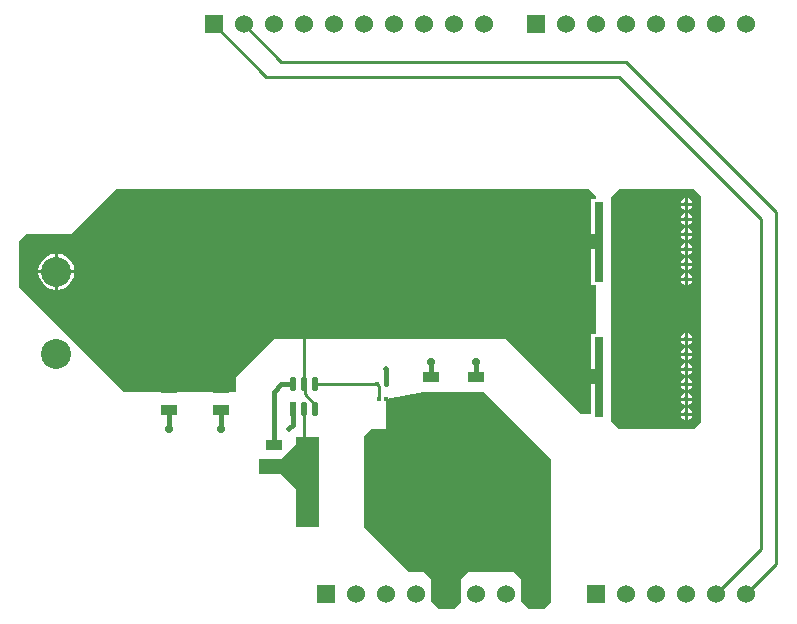
<source format=gtl>
G04*
G04 #@! TF.GenerationSoftware,Altium Limited,Altium Designer,23.0.1 (38)*
G04*
G04 Layer_Physical_Order=1*
G04 Layer_Color=255*
%FSLAX44Y44*%
%MOMM*%
G71*
G04*
G04 #@! TF.SameCoordinates,0F5A5953-1C99-4B13-B072-97D860EFC2FA*
G04*
G04*
G04 #@! TF.FilePolarity,Positive*
G04*
G01*
G75*
%ADD13C,0.2540*%
%ADD14R,0.4500X0.4500*%
%ADD15R,0.4500X0.3500*%
%ADD16R,1.8000X7.5000*%
G04:AMPARAMS|DCode=17|XSize=1.2544mm|YSize=0.5321mm|CornerRadius=0.2661mm|HoleSize=0mm|Usage=FLASHONLY|Rotation=90.000|XOffset=0mm|YOffset=0mm|HoleType=Round|Shape=RoundedRectangle|*
%AMROUNDEDRECTD17*
21,1,1.2544,0.0000,0,0,90.0*
21,1,0.7223,0.5321,0,0,90.0*
1,1,0.5321,0.0000,0.3611*
1,1,0.5321,0.0000,-0.3611*
1,1,0.5321,0.0000,-0.3611*
1,1,0.5321,0.0000,0.3611*
%
%ADD17ROUNDEDRECTD17*%
%ADD18R,0.5321X1.2544*%
%ADD19R,1.4000X0.9500*%
%ADD20R,3.9000X6.7600*%
%ADD21R,0.7000X6.7600*%
%ADD22R,1.5300X1.5300*%
%ADD23C,1.5300*%
%ADD24C,2.5400*%
%ADD25C,0.5080*%
%ADD26C,0.7112*%
%ADD27C,0.3810*%
G36*
X508000Y361950D02*
Y360190D01*
X503710D01*
Y330200D01*
X509750D01*
Y317500D01*
X503710D01*
Y287510D01*
X508000D01*
Y245890D01*
X503710D01*
Y215900D01*
X509750D01*
Y203200D01*
X503710D01*
Y177800D01*
X495300D01*
X431800Y241300D01*
X234950D01*
X203200Y209550D01*
Y196850D01*
X107950D01*
X19050Y285750D01*
Y323850D01*
X25400Y330200D01*
X63500D01*
X101600Y368300D01*
X501650D01*
X508000Y361950D01*
D02*
G37*
G36*
X596900D02*
Y171450D01*
X590550Y165100D01*
X527050D01*
X520700Y171450D01*
Y361950D01*
X527050Y368300D01*
X590550D01*
X596900Y361950D01*
D02*
G37*
G36*
X273050Y82550D02*
X254000D01*
Y114300D01*
X241300Y127000D01*
X222250D01*
Y139700D01*
X241300D01*
X254000Y152400D01*
Y158750D01*
X273050D01*
Y82550D01*
D02*
G37*
G36*
X469900Y139700D02*
Y19050D01*
X463550Y12700D01*
X450850D01*
X444500Y19050D01*
Y38100D01*
X438150Y44450D01*
X400050D01*
X393700Y38100D01*
Y19050D01*
X387350Y12700D01*
X374650D01*
X368300Y19050D01*
Y38100D01*
X361950Y44450D01*
X349250D01*
X311150Y82550D01*
Y158750D01*
X317500Y165100D01*
X330200D01*
Y190500D01*
X361950Y196850D01*
X412750D01*
X469900Y139700D01*
D02*
G37*
%LPC*%
G36*
X52301Y313690D02*
X52070D01*
Y299720D01*
X66040D01*
Y299951D01*
X65454Y302895D01*
X64306Y305669D01*
X62638Y308165D01*
X60515Y310288D01*
X58019Y311956D01*
X55245Y313104D01*
X52301Y313690D01*
D02*
G37*
G36*
X49530D02*
X49299D01*
X46355Y313104D01*
X43581Y311956D01*
X41085Y310288D01*
X38962Y308165D01*
X37294Y305669D01*
X36146Y302895D01*
X35560Y299951D01*
Y299720D01*
X49530D01*
Y313690D01*
D02*
G37*
G36*
X66040Y297180D02*
X52070D01*
Y283210D01*
X52301D01*
X55245Y283796D01*
X58019Y284944D01*
X60515Y286612D01*
X62638Y288735D01*
X64306Y291231D01*
X65454Y294005D01*
X66040Y296949D01*
Y297180D01*
D02*
G37*
G36*
X49530D02*
X35560D01*
Y296949D01*
X36146Y294005D01*
X37294Y291231D01*
X38962Y288735D01*
X41085Y286612D01*
X43581Y284944D01*
X46355Y283796D01*
X49299Y283210D01*
X49530D01*
Y297180D01*
D02*
G37*
G36*
X585470Y360573D02*
Y356870D01*
X589173D01*
X588507Y358478D01*
X587078Y359907D01*
X585470Y360573D01*
D02*
G37*
G36*
X582930D02*
X581322Y359907D01*
X579893Y358478D01*
X579227Y356870D01*
X582930D01*
Y360573D01*
D02*
G37*
G36*
X589173Y354330D02*
X585470D01*
Y350628D01*
X587078Y351293D01*
X588507Y352722D01*
X589173Y354330D01*
D02*
G37*
G36*
X582930D02*
X579227D01*
X579893Y352722D01*
X581322Y351293D01*
X582930Y350628D01*
Y354330D01*
D02*
G37*
G36*
X585470Y347873D02*
Y344170D01*
X589173D01*
X588507Y345778D01*
X587078Y347207D01*
X585470Y347873D01*
D02*
G37*
G36*
X582930D02*
X581322Y347207D01*
X579893Y345778D01*
X579227Y344170D01*
X582930D01*
Y347873D01*
D02*
G37*
G36*
X589173Y341630D02*
X585470D01*
Y337928D01*
X587078Y338593D01*
X588507Y340022D01*
X589173Y341630D01*
D02*
G37*
G36*
X582930D02*
X579227D01*
X579893Y340022D01*
X581322Y338593D01*
X582930Y337928D01*
Y341630D01*
D02*
G37*
G36*
X585470Y335173D02*
Y331470D01*
X589173D01*
X588507Y333078D01*
X587078Y334507D01*
X585470Y335173D01*
D02*
G37*
G36*
X582930D02*
X581322Y334507D01*
X579893Y333078D01*
X579227Y331470D01*
X582930D01*
Y335173D01*
D02*
G37*
G36*
X589173Y328930D02*
X585470D01*
Y325228D01*
X587078Y325893D01*
X588507Y327322D01*
X589173Y328930D01*
D02*
G37*
G36*
X582930D02*
X579227D01*
X579893Y327322D01*
X581322Y325893D01*
X582930Y325228D01*
Y328930D01*
D02*
G37*
G36*
X585470Y322472D02*
Y318770D01*
X589173D01*
X588507Y320378D01*
X587078Y321807D01*
X585470Y322472D01*
D02*
G37*
G36*
X582930D02*
X581322Y321807D01*
X579893Y320378D01*
X579227Y318770D01*
X582930D01*
Y322472D01*
D02*
G37*
G36*
X589173Y316230D02*
X585470D01*
Y312528D01*
X587078Y313193D01*
X588507Y314622D01*
X589173Y316230D01*
D02*
G37*
G36*
X582930D02*
X579227D01*
X579893Y314622D01*
X581322Y313193D01*
X582930Y312528D01*
Y316230D01*
D02*
G37*
G36*
X585470Y309772D02*
Y306070D01*
X589173D01*
X588507Y307678D01*
X587078Y309107D01*
X585470Y309772D01*
D02*
G37*
G36*
X582930D02*
X581322Y309107D01*
X579893Y307678D01*
X579227Y306070D01*
X582930D01*
Y309772D01*
D02*
G37*
G36*
X589173Y303530D02*
X585470D01*
Y299827D01*
X587078Y300493D01*
X588507Y301922D01*
X589173Y303530D01*
D02*
G37*
G36*
X582930D02*
X579227D01*
X579893Y301922D01*
X581322Y300493D01*
X582930Y299827D01*
Y303530D01*
D02*
G37*
G36*
X585470Y297073D02*
Y293370D01*
X589173D01*
X588507Y294978D01*
X587078Y296407D01*
X585470Y297073D01*
D02*
G37*
G36*
X582930D02*
X581322Y296407D01*
X579893Y294978D01*
X579227Y293370D01*
X582930D01*
Y297073D01*
D02*
G37*
G36*
X589173Y290830D02*
X585470D01*
Y287127D01*
X587078Y287793D01*
X588507Y289222D01*
X589173Y290830D01*
D02*
G37*
G36*
X582930D02*
X579227D01*
X579893Y289222D01*
X581322Y287793D01*
X582930Y287127D01*
Y290830D01*
D02*
G37*
G36*
X585470Y246273D02*
Y242570D01*
X589173D01*
X588507Y244178D01*
X587078Y245607D01*
X585470Y246273D01*
D02*
G37*
G36*
X582930D02*
X581322Y245607D01*
X579893Y244178D01*
X579227Y242570D01*
X582930D01*
Y246273D01*
D02*
G37*
G36*
X589173Y240030D02*
X585470D01*
Y236327D01*
X587078Y236993D01*
X588507Y238422D01*
X589173Y240030D01*
D02*
G37*
G36*
X582930D02*
X579227D01*
X579893Y238422D01*
X581322Y236993D01*
X582930Y236327D01*
Y240030D01*
D02*
G37*
G36*
X585470Y233573D02*
Y229870D01*
X589173D01*
X588507Y231478D01*
X587078Y232907D01*
X585470Y233573D01*
D02*
G37*
G36*
X582930D02*
X581322Y232907D01*
X579893Y231478D01*
X579227Y229870D01*
X582930D01*
Y233573D01*
D02*
G37*
G36*
X589173Y227330D02*
X585470D01*
Y223627D01*
X587078Y224293D01*
X588507Y225722D01*
X589173Y227330D01*
D02*
G37*
G36*
X582930D02*
X579227D01*
X579893Y225722D01*
X581322Y224293D01*
X582930Y223627D01*
Y227330D01*
D02*
G37*
G36*
X585470Y220872D02*
Y217170D01*
X589173D01*
X588507Y218778D01*
X587078Y220207D01*
X585470Y220872D01*
D02*
G37*
G36*
X582930D02*
X581322Y220207D01*
X579893Y218778D01*
X579227Y217170D01*
X582930D01*
Y220872D01*
D02*
G37*
G36*
X589173Y214630D02*
X585470D01*
Y210928D01*
X587078Y211593D01*
X588507Y213022D01*
X589173Y214630D01*
D02*
G37*
G36*
X582930D02*
X579227D01*
X579893Y213022D01*
X581322Y211593D01*
X582930Y210928D01*
Y214630D01*
D02*
G37*
G36*
X585470Y208172D02*
Y204470D01*
X589173D01*
X588507Y206078D01*
X587078Y207507D01*
X585470Y208172D01*
D02*
G37*
G36*
X582930D02*
X581322Y207507D01*
X579893Y206078D01*
X579227Y204470D01*
X582930D01*
Y208172D01*
D02*
G37*
G36*
X589173Y201930D02*
X585470D01*
Y198228D01*
X587078Y198893D01*
X588507Y200322D01*
X589173Y201930D01*
D02*
G37*
G36*
X582930D02*
X579227D01*
X579893Y200322D01*
X581322Y198893D01*
X582930Y198228D01*
Y201930D01*
D02*
G37*
G36*
X585470Y195473D02*
Y191770D01*
X589173D01*
X588507Y193378D01*
X587078Y194807D01*
X585470Y195473D01*
D02*
G37*
G36*
X582930D02*
X581322Y194807D01*
X579893Y193378D01*
X579227Y191770D01*
X582930D01*
Y195473D01*
D02*
G37*
G36*
X589173Y189230D02*
X585470D01*
Y185527D01*
X587078Y186193D01*
X588507Y187622D01*
X589173Y189230D01*
D02*
G37*
G36*
X582930D02*
X579227D01*
X579893Y187622D01*
X581322Y186193D01*
X582930Y185527D01*
Y189230D01*
D02*
G37*
G36*
X585470Y182773D02*
Y179070D01*
X589173D01*
X588507Y180678D01*
X587078Y182107D01*
X585470Y182773D01*
D02*
G37*
G36*
X582930D02*
X581322Y182107D01*
X579893Y180678D01*
X579227Y179070D01*
X582930D01*
Y182773D01*
D02*
G37*
G36*
X589173Y176530D02*
X585470D01*
Y172827D01*
X587078Y173493D01*
X588507Y174922D01*
X589173Y176530D01*
D02*
G37*
G36*
X582930D02*
X579227D01*
X579893Y174922D01*
X581322Y173493D01*
X582930Y172827D01*
Y176530D01*
D02*
G37*
%LPD*%
D13*
X260350Y203200D02*
Y254000D01*
X527050Y463550D02*
X647700Y342900D01*
Y63500D02*
Y342900D01*
X609600Y25400D02*
X647700Y63500D01*
X228600Y463550D02*
X527050D01*
X660400Y50800D02*
Y349250D01*
X635000Y25400D02*
X660400Y50800D01*
X209550Y508000D02*
X241300Y476250D01*
X533400D02*
X660400Y349250D01*
X241300Y476250D02*
X533400D01*
X184150Y508000D02*
X228600Y463550D01*
X260350Y124400D02*
X264100Y120650D01*
X260350Y124400D02*
Y182194D01*
X269850Y203200D02*
X322200D01*
X323700Y190500D02*
Y201700D01*
X322200Y203200D02*
X323700Y201700D01*
X260882Y194773D02*
Y202668D01*
X269850Y182194D02*
Y185805D01*
X260882Y194773D02*
X269850Y185805D01*
X260350Y203200D02*
X260882Y202668D01*
X247650Y165100D02*
Y165787D01*
D14*
X322200Y203200D02*
D03*
X330200D02*
D03*
D15*
X323700Y190500D02*
D03*
X330200D02*
D03*
D16*
X320100Y120650D02*
D03*
X264100D02*
D03*
D17*
X250850Y203200D02*
D03*
X260350D02*
D03*
X269850D02*
D03*
Y182194D02*
D03*
X260350D02*
D03*
D18*
X250850D02*
D03*
D19*
X406400Y209000D02*
D03*
Y190500D02*
D03*
X234950Y151850D02*
D03*
Y133350D02*
D03*
X146050Y181250D02*
D03*
Y199750D02*
D03*
X190500Y181250D02*
D03*
Y199750D02*
D03*
X368300Y209000D02*
D03*
Y190500D02*
D03*
D20*
X539750Y323850D02*
D03*
Y209550D02*
D03*
D21*
X569750Y323850D02*
D03*
X509750D02*
D03*
X569750Y209550D02*
D03*
X509750D02*
D03*
D22*
X184150Y508000D02*
D03*
X457200D02*
D03*
X508000Y25400D02*
D03*
X279400D02*
D03*
D23*
X209550Y508000D02*
D03*
X234950D02*
D03*
X260350D02*
D03*
X285750D02*
D03*
X311150D02*
D03*
X336550D02*
D03*
X361950D02*
D03*
X387350D02*
D03*
X412750D02*
D03*
X482600D02*
D03*
X508000D02*
D03*
X533400D02*
D03*
X558800D02*
D03*
X584200D02*
D03*
X609600D02*
D03*
X635000D02*
D03*
X533400Y25400D02*
D03*
X558800D02*
D03*
X584200D02*
D03*
X609600D02*
D03*
X635000D02*
D03*
X304800D02*
D03*
X330200D02*
D03*
X355600D02*
D03*
X381000D02*
D03*
X406400D02*
D03*
X431800D02*
D03*
X457200D02*
D03*
D24*
X50800Y228600D02*
D03*
Y298450D02*
D03*
D25*
X584200Y355600D02*
D03*
Y342900D02*
D03*
Y330200D02*
D03*
Y317500D02*
D03*
Y304800D02*
D03*
Y292100D02*
D03*
Y241300D02*
D03*
Y228600D02*
D03*
Y215900D02*
D03*
Y203200D02*
D03*
Y190500D02*
D03*
Y177800D02*
D03*
X330200Y215900D02*
D03*
X247650Y165100D02*
D03*
D26*
X406400Y222250D02*
D03*
X368300D02*
D03*
X190500Y165100D02*
D03*
X146050D02*
D03*
D27*
X234950Y151850D02*
Y196850D01*
X241300Y203200D02*
X250850D01*
X234950Y196850D02*
X241300Y203200D01*
X247650Y165787D02*
X250850Y168987D01*
Y182194D01*
X330200Y203200D02*
Y215900D01*
X406400Y209000D02*
Y222250D01*
X368300Y209000D02*
Y222250D01*
X190500Y165100D02*
Y181250D01*
X146050Y165100D02*
Y181250D01*
M02*

</source>
